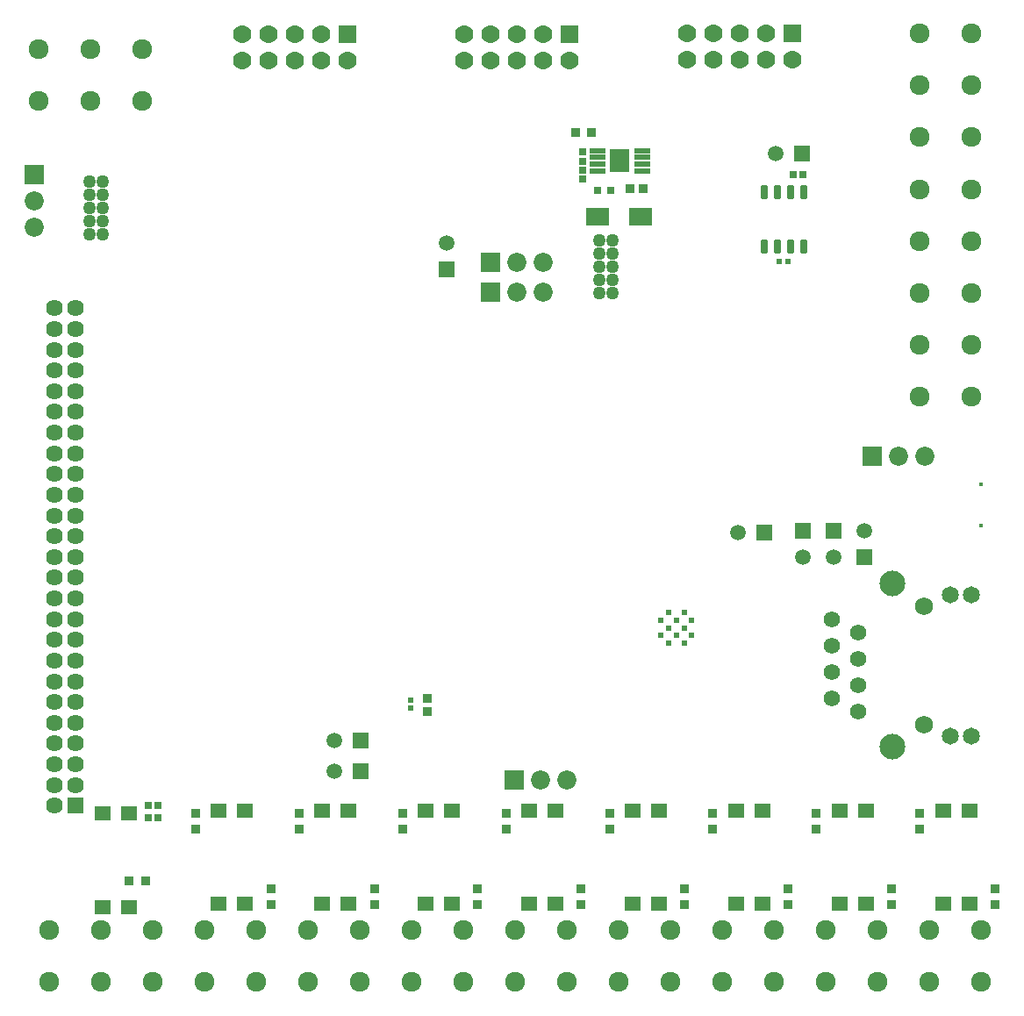
<source format=gbr>
%TF.GenerationSoftware,Altium Limited,Altium Designer,23.2.1 (34)*%
G04 Layer_Color=16711935*
%FSLAX45Y45*%
%MOMM*%
%TF.SameCoordinates,C170FB48-CBA5-4DC5-83A8-8A264B0792BE*%
%TF.FilePolarity,Negative*%
%TF.FileFunction,Soldermask,Bot*%
%TF.Part,Single*%
G01*
G75*
%TA.AperFunction,SMDPad,CuDef*%
%ADD10R,0.85872X0.91213*%
%ADD11R,0.52000X0.52000*%
%ADD14R,0.91213X0.85872*%
%ADD43R,0.80650X0.86822*%
%ADD44R,0.86822X0.80650*%
%ADD45R,0.52000X0.52000*%
%TA.AperFunction,ComponentPad*%
%ADD65C,1.65000*%
%TA.AperFunction,SMDPad,CuDef*%
%ADD79R,0.70000X0.65000*%
%ADD93R,0.67000X0.67000*%
%ADD95R,0.67000X0.67000*%
%TA.AperFunction,ComponentPad*%
%ADD117C,1.84500*%
%ADD118R,1.84500X1.84500*%
%ADD119C,1.52000*%
%ADD120R,1.52000X1.52000*%
%ADD121R,1.84500X1.84500*%
%ADD122R,1.52000X1.52000*%
%ADD123R,1.62000X1.62000*%
%ADD124C,1.62000*%
%ADD125R,1.77000X1.77000*%
%ADD126C,1.77000*%
%ADD127C,1.27000*%
%ADD128C,1.56600*%
%ADD129C,2.47500*%
%ADD130C,1.74500*%
%ADD131C,1.92000*%
%ADD132C,0.39500*%
%TA.AperFunction,WasherPad*%
%ADD133C,0.12000*%
%TA.AperFunction,ViaPad*%
%ADD134C,0.62000*%
%TA.AperFunction,SMDPad,CuDef*%
%ADD135R,1.62000X1.42000*%
%ADD136R,1.96600X2.27000*%
%ADD137R,1.52000X0.57000*%
%ADD138R,2.32000X1.67000*%
G04:AMPARAMS|DCode=139|XSize=0.67mm|YSize=1.37mm|CornerRadius=0.1095mm|HoleSize=0mm|Usage=FLASHONLY|Rotation=0.000|XOffset=0mm|YOffset=0mm|HoleType=Round|Shape=RoundedRectangle|*
%AMROUNDEDRECTD139*
21,1,0.67000,1.15100,0,0,0.0*
21,1,0.45100,1.37000,0,0,0.0*
1,1,0.21900,0.22550,-0.57550*
1,1,0.21900,-0.22550,-0.57550*
1,1,0.21900,-0.22550,0.57550*
1,1,0.21900,0.22550,0.57550*
%
%ADD139ROUNDEDRECTD139*%
D10*
X12172329Y3575000D02*
D03*
X12327671D02*
D03*
X16475510Y10792460D02*
D03*
X16630852D02*
D03*
D11*
X14889999Y5320000D02*
D03*
Y5240000D02*
D03*
D14*
X16805524Y4072329D02*
D03*
Y4227671D02*
D03*
X19800000D02*
D03*
Y4072329D02*
D03*
X18801842Y4227671D02*
D03*
Y4072329D02*
D03*
X17803682Y4227671D02*
D03*
Y4072329D02*
D03*
X15807364Y4227671D02*
D03*
Y4072329D02*
D03*
X14809206Y4227671D02*
D03*
Y4072329D02*
D03*
X13811046Y4227670D02*
D03*
Y4072329D02*
D03*
X12812888Y4227671D02*
D03*
Y4072329D02*
D03*
X20525000Y3500000D02*
D03*
Y3344659D02*
D03*
X19526842Y3500000D02*
D03*
Y3344659D02*
D03*
X18528682Y3500000D02*
D03*
Y3344659D02*
D03*
X17530524Y3500000D02*
D03*
Y3344659D02*
D03*
X16532364Y3500000D02*
D03*
Y3344659D02*
D03*
X15534206Y3500000D02*
D03*
Y3344659D02*
D03*
X14536046Y3500000D02*
D03*
Y3344659D02*
D03*
X13537888Y3500000D02*
D03*
Y3344659D02*
D03*
D43*
X17132300Y10253980D02*
D03*
X17007129D02*
D03*
D44*
X15050301Y5207914D02*
D03*
Y5333086D02*
D03*
D45*
X18526120Y9555480D02*
D03*
X18446120D02*
D03*
D65*
X20096999Y4974998D02*
D03*
X20299998D02*
D03*
X20096999Y6334998D02*
D03*
X20299998D02*
D03*
D79*
X16691380Y10241280D02*
D03*
X16821381D02*
D03*
D93*
X16543021Y10433600D02*
D03*
Y10343600D02*
D03*
X16545560Y10608860D02*
D03*
Y10518860D02*
D03*
D95*
X12355010Y4179999D02*
D03*
X12445010D02*
D03*
X12355010Y4304999D02*
D03*
X12445010D02*
D03*
X18578281Y10388600D02*
D03*
X18668280D02*
D03*
D117*
X16393159Y4546600D02*
D03*
X16139160D02*
D03*
X11252200Y9880600D02*
D03*
Y10134600D02*
D03*
X19848810Y7672090D02*
D03*
X19594810D02*
D03*
X16167101Y9253220D02*
D03*
X15913100D02*
D03*
X16164560Y9540240D02*
D03*
X15910561D02*
D03*
D118*
X15885159Y4546600D02*
D03*
X19340810Y7672090D02*
D03*
X15659100Y9253220D02*
D03*
X15656560Y9540240D02*
D03*
D119*
X15232381Y9725660D02*
D03*
X18046700Y6939279D02*
D03*
X18966182Y6695439D02*
D03*
X19260823Y6951980D02*
D03*
X18671539Y6697979D02*
D03*
X18409920Y10596880D02*
D03*
X14147800Y4927600D02*
D03*
Y4635500D02*
D03*
D120*
X15232381Y9471660D02*
D03*
X18966182Y6949439D02*
D03*
X19260823Y6697980D02*
D03*
X18671539Y6951979D02*
D03*
D121*
X11252200Y10388600D02*
D03*
D122*
X18300699Y6939279D02*
D03*
X18663921Y10596880D02*
D03*
X14401801Y4927600D02*
D03*
Y4635500D02*
D03*
D123*
X11649999Y4300001D02*
D03*
D124*
X11449998D02*
D03*
X11649999Y4500001D02*
D03*
X11449998D02*
D03*
X11649999Y4700001D02*
D03*
X11449998D02*
D03*
X11649999Y4900001D02*
D03*
X11449998D02*
D03*
X11649999Y5100000D02*
D03*
X11449998D02*
D03*
X11649999Y5300001D02*
D03*
X11449998D02*
D03*
X11649999Y5500000D02*
D03*
X11449998D02*
D03*
X11649999Y5700001D02*
D03*
X11449998D02*
D03*
X11649999Y5900001D02*
D03*
X11449998D02*
D03*
X11649999Y6100000D02*
D03*
X11449998D02*
D03*
X11649999Y6300001D02*
D03*
X11449998D02*
D03*
X11649999Y6500000D02*
D03*
X11449998D02*
D03*
X11649999Y6700001D02*
D03*
X11449998D02*
D03*
X11649999Y6900000D02*
D03*
X11449998D02*
D03*
X11649999Y7100001D02*
D03*
X11449998D02*
D03*
X11649999Y7300001D02*
D03*
X11449998D02*
D03*
X11649999Y7500000D02*
D03*
X11449998D02*
D03*
X11649999Y7700001D02*
D03*
X11449998D02*
D03*
X11649999Y7900000D02*
D03*
X11449998D02*
D03*
X11649999Y8100001D02*
D03*
X11449998D02*
D03*
X11649999Y8300000D02*
D03*
X11449998D02*
D03*
X11649999Y8500001D02*
D03*
X11449998D02*
D03*
X11649999Y8700001D02*
D03*
X11449998D02*
D03*
X11649999Y8900000D02*
D03*
X11449998D02*
D03*
X11649999Y9100001D02*
D03*
X11449998D02*
D03*
D125*
X16419200Y11747080D02*
D03*
X18566440Y11750000D02*
D03*
X14277341Y11747500D02*
D03*
D126*
X16419200Y11493080D02*
D03*
X16165199Y11747080D02*
D03*
Y11493080D02*
D03*
X15911200Y11747080D02*
D03*
Y11493080D02*
D03*
X15657201Y11747080D02*
D03*
Y11493080D02*
D03*
X15403200Y11747080D02*
D03*
Y11493080D02*
D03*
X18566440Y11496000D02*
D03*
X18312440Y11750000D02*
D03*
Y11496000D02*
D03*
X18058440Y11750000D02*
D03*
Y11496000D02*
D03*
X17804440Y11750000D02*
D03*
Y11496000D02*
D03*
X17550439Y11750000D02*
D03*
Y11496000D02*
D03*
X14277341Y11493500D02*
D03*
X14023340Y11747500D02*
D03*
Y11493500D02*
D03*
X13769341Y11747500D02*
D03*
Y11493500D02*
D03*
X13515340Y11747500D02*
D03*
Y11493500D02*
D03*
X13261340Y11747500D02*
D03*
Y11493500D02*
D03*
D127*
X16837660Y9243060D02*
D03*
X16710660D02*
D03*
X16837660Y9370060D02*
D03*
X16710660D02*
D03*
X16837660Y9497060D02*
D03*
X16710660D02*
D03*
X16837660Y9624060D02*
D03*
X16710660D02*
D03*
X16837660Y9751060D02*
D03*
X16710660D02*
D03*
X11912600Y9817100D02*
D03*
X11785600D02*
D03*
X11912600Y9944100D02*
D03*
X11785600D02*
D03*
X11912600Y10071100D02*
D03*
X11785600D02*
D03*
X11912600Y10198100D02*
D03*
X11785600D02*
D03*
X11912600Y10325100D02*
D03*
X11785600D02*
D03*
D128*
X18952998Y6099498D02*
D03*
X19206998Y5972498D02*
D03*
X18952998Y5845498D02*
D03*
X19206998Y5718498D02*
D03*
X18952998Y5591498D02*
D03*
X19206998Y5464498D02*
D03*
X18952998Y5337498D02*
D03*
X19206998Y5210498D02*
D03*
D129*
X19537000Y4867498D02*
D03*
Y6442498D02*
D03*
D130*
X19841998Y5083498D02*
D03*
Y6226498D02*
D03*
D131*
X19799998Y10750002D02*
D03*
X20299998D02*
D03*
X19799997Y11250002D02*
D03*
X20299998D02*
D03*
X19799998Y9250002D02*
D03*
X20299998D02*
D03*
X20387115Y3100002D02*
D03*
Y2600002D02*
D03*
X19388956Y3100002D02*
D03*
Y2600002D02*
D03*
X18390797Y3100002D02*
D03*
Y2600002D02*
D03*
X17392638Y3100002D02*
D03*
Y2600002D02*
D03*
X16394479Y3100002D02*
D03*
Y2600002D02*
D03*
X15396320Y3100002D02*
D03*
Y2600002D02*
D03*
X14398161Y3100000D02*
D03*
Y2600000D02*
D03*
X13400002Y3100002D02*
D03*
Y2600002D02*
D03*
X19887115Y3100002D02*
D03*
Y2600002D02*
D03*
X18888956Y3100002D02*
D03*
Y2600002D02*
D03*
X17890797Y3100002D02*
D03*
Y2600002D02*
D03*
X16892638Y3100002D02*
D03*
Y2600002D02*
D03*
X15894479Y3100002D02*
D03*
Y2600002D02*
D03*
X14896320Y3100002D02*
D03*
Y2600002D02*
D03*
X13898161Y3099999D02*
D03*
Y2599999D02*
D03*
X12900002Y3100002D02*
D03*
Y2600002D02*
D03*
X11900000Y3100000D02*
D03*
Y2600000D02*
D03*
X12400002Y3099998D02*
D03*
Y2599998D02*
D03*
X19800000Y10250000D02*
D03*
X20300000D02*
D03*
X19800000Y9750000D02*
D03*
X20300000D02*
D03*
X19800000Y11750000D02*
D03*
X20300000D02*
D03*
X19800000Y8250000D02*
D03*
X20300000D02*
D03*
X19799995Y8750044D02*
D03*
X20299995D02*
D03*
X11300000Y11100000D02*
D03*
Y11600000D02*
D03*
X11400000Y3100000D02*
D03*
Y2600000D02*
D03*
X12300000Y11100000D02*
D03*
Y11600000D02*
D03*
X11800000Y11100000D02*
D03*
Y11600000D02*
D03*
D132*
X20386600Y7002602D02*
D03*
Y7402603D02*
D03*
D133*
X18854420Y10929620D02*
D03*
X13426440Y4564380D02*
D03*
X18046700Y7858760D02*
D03*
X12908279Y10787380D02*
D03*
X18046700Y4924913D02*
D03*
D134*
X17525699Y6015598D02*
D03*
Y5867598D02*
D03*
X17451698Y5941598D02*
D03*
X17525699Y6163598D02*
D03*
X17303699Y6089598D02*
D03*
X17377699Y6163598D02*
D03*
Y5867598D02*
D03*
X17451698Y6089598D02*
D03*
X17303699Y5941598D02*
D03*
X17599699Y6089598D02*
D03*
Y5941598D02*
D03*
X17377699Y6015598D02*
D03*
D135*
X20277000Y3350000D02*
D03*
X20023000D02*
D03*
Y4250000D02*
D03*
X20277000D02*
D03*
X19278841Y3350000D02*
D03*
X19024840D02*
D03*
Y4250000D02*
D03*
X19278841D02*
D03*
X18280681Y3350000D02*
D03*
X18026682D02*
D03*
Y4250000D02*
D03*
X18280681D02*
D03*
X17282523Y3350000D02*
D03*
X17028522D02*
D03*
Y4250000D02*
D03*
X17282523D02*
D03*
X16284363Y3350000D02*
D03*
X16030363D02*
D03*
Y4250000D02*
D03*
X16284363D02*
D03*
X15286205Y3354052D02*
D03*
X15032204D02*
D03*
Y4254052D02*
D03*
X15286205D02*
D03*
X14288045Y3350000D02*
D03*
X14034045D02*
D03*
Y4250000D02*
D03*
X14288045D02*
D03*
X13289886Y3350000D02*
D03*
X13035886D02*
D03*
Y4250000D02*
D03*
X13289886D02*
D03*
X11917680Y4224440D02*
D03*
X12171680D02*
D03*
Y3324440D02*
D03*
X11917680D02*
D03*
D136*
X16906239Y10523220D02*
D03*
D137*
X17126241Y10425720D02*
D03*
Y10490720D02*
D03*
Y10555720D02*
D03*
Y10620720D02*
D03*
X16686240D02*
D03*
Y10555720D02*
D03*
Y10490720D02*
D03*
Y10425720D02*
D03*
D138*
X17101820Y9982200D02*
D03*
X16691820D02*
D03*
D139*
X18679160Y9699380D02*
D03*
X18552161D02*
D03*
X18425160D02*
D03*
X18298160D02*
D03*
X18679160Y10224380D02*
D03*
X18552161D02*
D03*
X18425160D02*
D03*
X18298160D02*
D03*
%TF.MD5,f367101b137ed26a672d85807556a9b2*%
M02*

</source>
